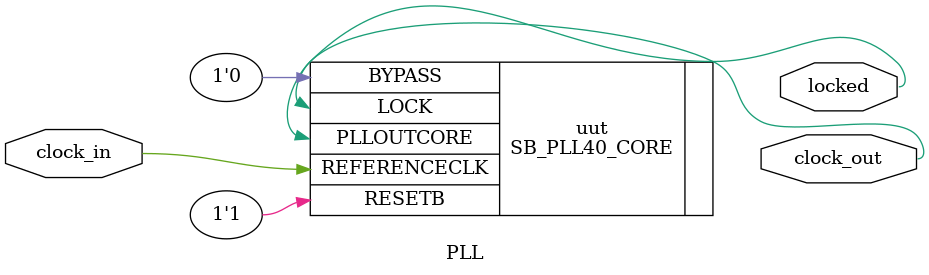
<source format=v>
/**
 * PLL configuration
 *
 * This Verilog module was generated automatically
 * using the icepll tool from the IceStorm project.
 * Use at your own risk.
 *
 * Given input frequency:       100.000 MHz
 * Requested output frequency:   20.000 MHz
 * Achieved output frequency:    20.000 MHz
 */

module PLL(
	input  clock_in,
	output clock_out,
	output locked
	);

SB_PLL40_CORE #(
		.FEEDBACK_PATH("SIMPLE"),
		.DIVR(4'b0100),		// DIVR =  4
		.DIVF(7'b0011111),	// DIVF = 31
		.DIVQ(3'b101),		// DIVQ =  5
		.FILTER_RANGE(3'b010)	// FILTER_RANGE = 2
	) uut (
		.LOCK(locked),
		.RESETB(1'b1),
		.BYPASS(1'b0),
		.REFERENCECLK(clock_in),
		.PLLOUTCORE(clock_out)
		);

endmodule

</source>
